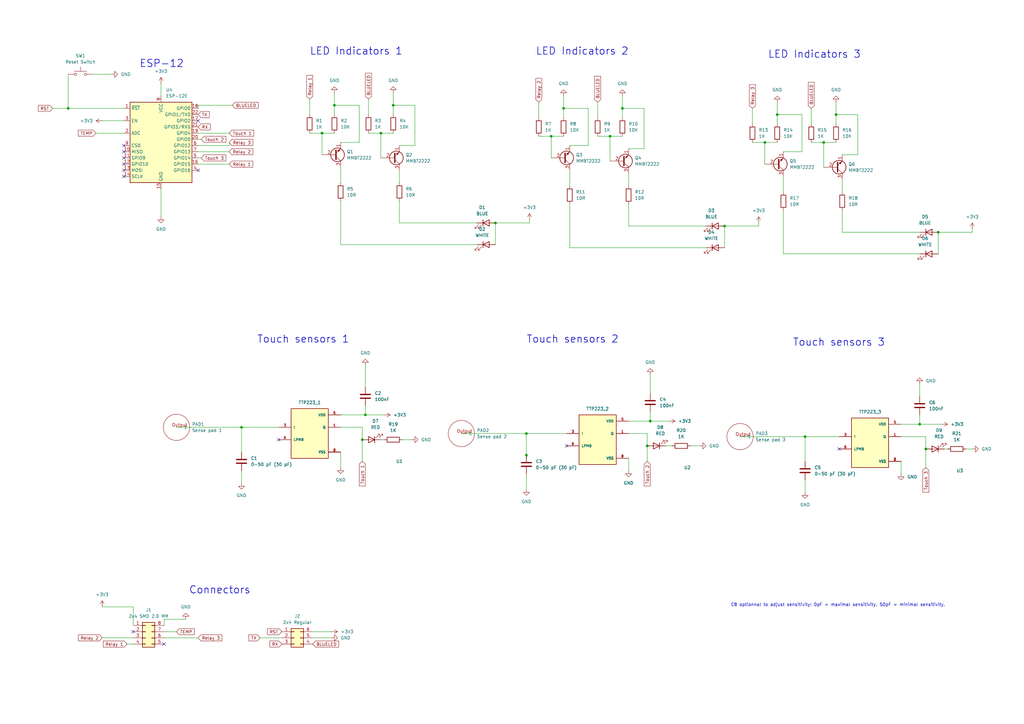
<source format=kicad_sch>
(kicad_sch (version 20211123) (generator eeschema)
  (paper "A3")
  (lib_symbols
    (symbol "Connector_Generic:Conn_02x03_Counter_Clockwise" (pin_names (offset 1.016) hide)
      (property "Reference" "J" (at 1.27 5.08 0))
      (property "Value" "Conn_02x03_Counter_Clockwise" (at 1.27 -5.08 0))
      (symbol "Conn_02x03_Counter_Clockwise_1_1"
        (rectangle (start -1.27 -2.413) (end 0 -2.667) (stroke (width 0.1524)))
        (rectangle (start -1.27 0.127) (end 0 -0.127) (stroke (width 0.1524)))
        (rectangle (start -1.27 2.667) (end 0 2.413) (stroke (width 0.1524)))
        (rectangle (start -1.27 3.81) (end 3.81 -3.81) (stroke (width 0.254)) (fill (type background)))
        (rectangle (start 3.81 -2.413) (end 2.54 -2.667) (stroke (width 0.1524)))
        (rectangle (start 3.81 0.127) (end 2.54 -0.127) (stroke (width 0.1524)))
        (rectangle (start 3.81 2.667) (end 2.54 2.413) (stroke (width 0.1524)))
        (pin passive line (at -5.08 2.54 0) (length 3.81) (name "Pin_1") (number "1"))
        (pin passive line (at -5.08 0 0) (length 3.81) (name "Pin_2") (number "2"))
        (pin passive line (at -5.08 -2.54 0) (length 3.81) (name "Pin_3") (number "3"))
        (pin passive line (at 7.62 -2.54 180) (length 3.81) (name "Pin_4") (number "4"))
        (pin passive line (at 7.62 0 180) (length 3.81) (name "Pin_5") (number "5"))
        (pin passive line (at 7.62 2.54 180) (length 3.81) (name "Pin_6") (number "6"))
      )
    )
    (symbol "Connector_Generic:Conn_02x04_Counter_Clockwise" (pin_names (offset 1.016) hide)
      (property "Reference" "J" (at 1.27 5.08 0))
      (property "Value" "Conn_02x04_Counter_Clockwise" (at 1.27 -7.62 0))
      (symbol "Conn_02x04_Counter_Clockwise_1_1"
        (rectangle (start -1.27 -4.953) (end 0 -5.207) (stroke (width 0.1524)))
        (rectangle (start -1.27 -2.413) (end 0 -2.667) (stroke (width 0.1524)))
        (rectangle (start -1.27 0.127) (end 0 -0.127) (stroke (width 0.1524)))
        (rectangle (start -1.27 2.667) (end 0 2.413) (stroke (width 0.1524)))
        (rectangle (start -1.27 3.81) (end 3.81 -6.35) (stroke (width 0.254)) (fill (type background)))
        (rectangle (start 3.81 -4.953) (end 2.54 -5.207) (stroke (width 0.1524)))
        (rectangle (start 3.81 -2.413) (end 2.54 -2.667) (stroke (width 0.1524)))
        (rectangle (start 3.81 0.127) (end 2.54 -0.127) (stroke (width 0.1524)))
        (rectangle (start 3.81 2.667) (end 2.54 2.413) (stroke (width 0.1524)))
        (pin passive line (at -5.08 2.54 0) (length 3.81) (name "Pin_1") (number "1"))
        (pin passive line (at -5.08 0 0) (length 3.81) (name "Pin_2") (number "2"))
        (pin passive line (at -5.08 -2.54 0) (length 3.81) (name "Pin_3") (number "3"))
        (pin passive line (at -5.08 -5.08 0) (length 3.81) (name "Pin_4") (number "4"))
        (pin passive line (at 7.62 -5.08 180) (length 3.81) (name "Pin_5") (number "5"))
        (pin passive line (at 7.62 -2.54 180) (length 3.81) (name "Pin_6") (number "6"))
        (pin passive line (at 7.62 0 180) (length 3.81) (name "Pin_7") (number "7"))
        (pin passive line (at 7.62 2.54 180) (length 3.81) (name "Pin_8") (number "8"))
      )
    )
    (symbol "Device:C" (pin_numbers hide) (pin_names (offset 0.254))
      (property "Reference" "C" (at 0.635 2.54 0))
      (property "Value" "C" (at 0.635 -2.54 0))
      (symbol "C_0_1"
        (polyline (pts (xy -2.032 -0.762) (xy 2.032 -0.762)) (stroke (width 0.508)))
        (polyline (pts (xy -2.032 0.762) (xy 2.032 0.762)) (stroke (width 0.508)))
      )
      (symbol "C_1_1"
        (pin passive line (at 0 3.81 270) (length 2.794) (name "~") (number "1"))
        (pin passive line (at 0 -3.81 90) (length 2.794) (name "~") (number "2"))
      )
    )
    (symbol "Device:LED" (pin_numbers hide) (pin_names (offset 1.016) hide)
      (property "Reference" "D" (at 0 2.54 0))
      (property "Value" "LED" (at 0 -2.54 0))
      (symbol "LED_0_1"
        (polyline (pts (xy -1.27 -1.27) (xy -1.27 1.27)) (stroke (width 0.254)))
        (polyline (pts (xy -1.27 0) (xy 1.27 0)))
        (polyline (pts (xy 1.27 -1.27) (xy 1.27 1.27) (xy -1.27 0) (xy 1.27 -1.27)) (stroke (width 0.254)))
        (polyline (pts (xy -3.048 -0.762) (xy -4.572 -2.286) (xy -3.81 -2.286) (xy -4.572 -2.286) (xy -4.572 -1.524)))
        (polyline (pts (xy -1.778 -0.762) (xy -3.302 -2.286) (xy -2.54 -2.286) (xy -3.302 -2.286) (xy -3.302 -1.524)))
      )
      (symbol "LED_1_1"
        (pin passive line (at -3.81 0 0) (length 2.54) (name "K") (number "1"))
        (pin passive line (at 3.81 0 180) (length 2.54) (name "A") (number "2"))
      )
    )
    (symbol "Device:R" (pin_numbers hide) (pin_names (offset 0))
      (property "Reference" "R" (at 2.032 0 90))
      (property "Value" "R" (at 0 0 90))
      (symbol "R_0_1"
        (rectangle (start -1.016 -2.54) (end 1.016 2.54) (stroke (width 0.254)))
      )
      (symbol "R_1_1"
        (pin passive line (at 0 3.81 270) (length 1.27) (name "~") (number "1"))
        (pin passive line (at 0 -3.81 90) (length 1.27) (name "~") (number "2"))
      )
    )
    (symbol "Device:Sense_pad"
      (property "Reference" "U" (at 0 -2.54 0))
      (property "Value" "Sense_pad" (at 0 0 0))
      (symbol "Sense_pad_0_1"
        (circle (center 0 -8.89) (radius 5.3882))
      )
      (symbol "Sense_pad_1_1"
        (pin output line (at 0 -8.89 0) (length 2.54) (name "1") (number "Output"))
      )
    )
    (symbol "RF_Module:ESP-12E"
      (property "Reference" "U" (at -12.7 19.05 0))
      (property "Value" "ESP-12E" (at 12.7 19.05 0))
      (symbol "ESP-12E_0_1"
        (rectangle (start -12.7 17.78) (end 12.7 -15.24) (stroke (width 0.254)) (fill (type background)))
      )
      (symbol "ESP-12E_1_1"
        (pin input line (at -15.24 15.24 0) (length 2.54) (name "~{RST}") (number "1"))
        (pin bidirectional line (at -15.24 -2.54 0) (length 2.54) (name "MISO") (number "10"))
        (pin bidirectional line (at -15.24 -5.08 0) (length 2.54) (name "GPIO9") (number "11"))
        (pin bidirectional line (at -15.24 -7.62 0) (length 2.54) (name "GPIO10") (number "12"))
        (pin bidirectional line (at -15.24 -10.16 0) (length 2.54) (name "MOSI") (number "13"))
        (pin bidirectional line (at -15.24 -12.7 0) (length 2.54) (name "SCLK") (number "14"))
        (pin power_in line (at 0 -17.78 90) (length 2.54) (name "GND") (number "15"))
        (pin bidirectional line (at 15.24 -7.62 180) (length 2.54) (name "GPIO15") (number "16"))
        (pin bidirectional line (at 15.24 10.16 180) (length 2.54) (name "GPIO2") (number "17"))
        (pin bidirectional line (at 15.24 15.24 180) (length 2.54) (name "GPIO0") (number "18"))
        (pin bidirectional line (at 15.24 5.08 180) (length 2.54) (name "GPIO4") (number "19"))
        (pin input line (at -15.24 5.08 0) (length 2.54) (name "ADC") (number "2"))
        (pin bidirectional line (at 15.24 2.54 180) (length 2.54) (name "GPIO5") (number "20"))
        (pin bidirectional line (at 15.24 7.62 180) (length 2.54) (name "GPIO3/RXD") (number "21"))
        (pin bidirectional line (at 15.24 12.7 180) (length 2.54) (name "GPIO1/TXD") (number "22"))
        (pin input line (at -15.24 10.16 0) (length 2.54) (name "EN") (number "3"))
        (pin bidirectional line (at 15.24 -10.16 180) (length 2.54) (name "GPIO16") (number "4"))
        (pin bidirectional line (at 15.24 -5.08 180) (length 2.54) (name "GPIO14") (number "5"))
        (pin bidirectional line (at 15.24 0 180) (length 2.54) (name "GPIO12") (number "6"))
        (pin bidirectional line (at 15.24 -2.54 180) (length 2.54) (name "GPIO13") (number "7"))
        (pin power_in line (at 0 20.32 270) (length 2.54) (name "VCC") (number "8"))
        (pin input line (at -15.24 0 0) (length 2.54) (name "CS0") (number "9"))
      )
    )
    (symbol "Switch:SW_Push" (pin_numbers hide) (pin_names (offset 1.016) hide)
      (property "Reference" "SW" (at 1.27 2.54 0))
      (property "Value" "SW_Push" (at 0 -1.524 0))
      (symbol "SW_Push_0_1"
        (circle (center -2.032 0) (radius 0.508))
        (polyline (pts (xy 0 1.27) (xy 0 3.048)))
        (polyline (pts (xy 2.54 1.27) (xy -2.54 1.27)))
        (circle (center 2.032 0) (radius 0.508))
        (pin passive line (at -5.08 0 0) (length 2.54) (name "1") (number "1"))
        (pin passive line (at 5.08 0 180) (length 2.54) (name "2") (number "2"))
      )
    )
    (symbol "Transistor_BJT:2N2219" (pin_names (offset 0) hide)
      (property "Reference" "Q" (at 5.08 1.905 0))
      (property "Value" "2N2219" (at 5.08 0 0))
      (symbol "2N2219_0_1"
        (polyline (pts (xy 0.635 0.635) (xy 2.54 2.54)))
        (polyline (pts (xy 0.635 -0.635) (xy 2.54 -2.54) (xy 2.54 -2.54)))
        (polyline (pts (xy 0.635 1.905) (xy 0.635 -1.905) (xy 0.635 -1.905)) (stroke (width 0.508)))
        (polyline (pts (xy 1.27 -1.778) (xy 1.778 -1.27) (xy 2.286 -2.286) (xy 1.27 -1.778) (xy 1.27 -1.778)) (fill (type outline)))
        (circle (center 1.27 0) (radius 2.8194) (stroke (width 0.254)))
      )
      (symbol "2N2219_1_1"
        (pin passive line (at 2.54 -5.08 90) (length 2.54) (name "E") (number "1"))
        (pin passive line (at -5.08 0 0) (length 5.715) (name "B") (number "2"))
        (pin passive line (at 2.54 5.08 270) (length 2.54) (name "C") (number "3"))
      )
    )
    (symbol "power:+3V3" (power) (pin_names (offset 0))
      (property "Value" "+3V3" (at 0 3.556 0))
      (symbol "+3V3_0_1"
        (polyline (pts (xy -0.762 1.27) (xy 0 2.54)))
        (polyline (pts (xy 0 0) (xy 0 2.54)))
        (polyline (pts (xy 0 2.54) (xy 0.762 1.27)))
      )
      (symbol "+3V3_1_1"
        (pin power_in line (at 0 0 90) (length 0) hide (name "+3V3") (number "1"))
      )
    )
    (symbol "power:GND" (power) (pin_names (offset 0))
      (property "Value" "GND" (at 0 -3.81 0))
      (symbol "GND_0_1"
        (polyline (pts (xy 0 0) (xy 0 -1.27) (xy 1.27 -1.27) (xy 0 -2.54) (xy -1.27 -1.27) (xy 0 -1.27)))
      )
      (symbol "GND_1_1"
        (pin power_in line (at 0 0 270) (length 0) hide (name "GND") (number "1"))
      )
    )
    (symbol "ttp223:TTP223_" (pin_names (offset 1.016))
      (property "Reference" "U" (at -7.62 10.922 0))
      (property "Value" "TTP223_" (at -7.62 -12.7 0))
      (symbol "TTP223__0_0"
        (rectangle (start -7.62 -10.16) (end 7.62 10.16) (stroke (width 0.254)) (fill (type background)))
        (pin output line (at 12.7 2.54 180) (length 5.08) (name "Q") (number "1"))
        (pin power_in line (at 12.7 -7.62 180) (length 5.08) (name "VSS") (number "2"))
        (pin bidirectional line (at -12.7 2.54 0) (length 5.08) (name "I") (number "3"))
        (pin power_in line (at 12.7 -7.62 180) (length 5.08) (name "VSS") (number "4"))
        (pin power_in line (at 12.7 7.62 180) (length 5.08) (name "VDD") (number "5"))
        (pin input line (at -12.7 -2.54 0) (length 5.08) (name "LPMB") (number "6"))
      )
    )
  )
  (junction (at 215.9 177.8))
  (junction (at 137.16 43.18))
  (junction (at 266.7 172.72))
  (junction (at 132.08 54.61))
  (junction (at 231.14 44.45))
  (junction (at 215.9 186.69))
  (junction (at 265.43 182.88))
  (junction (at 203.2 91.44))
  (junction (at 330.2 179.07))
  (junction (at 313.69 58.42))
  (junction (at 99.06 175.26))
  (junction (at 27.94 44.45))
  (junction (at 148.59 180.34))
  (junction (at 297.18 92.71))
  (junction (at 337.82 58.42))
  (junction (at 226.06 55.88))
  (junction (at 149.86 170.18))
  (junction (at 161.29 43.18))
  (junction (at 318.77 46.99))
  (junction (at 384.81 95.25))
  (junction (at 255.27 44.45))
  (junction (at 156.21 54.61))
  (junction (at 379.73 184.15))
  (junction (at 377.19 173.99))
  (junction (at 342.9 46.99))
  (junction (at 250.19 55.88))
  (no_connect (at 344.17 184.15))
  (no_connect (at 67.31 264.16))
  (no_connect (at 232.41 182.88))
  (no_connect (at 50.8 64.77))
  (no_connect (at 50.8 62.23))
  (no_connect (at 50.8 59.69))
  (no_connect (at 50.8 69.85))
  (no_connect (at 50.8 72.39))
  (no_connect (at 114.3 180.34))
  (no_connect (at 81.28 69.85))
  (no_connect (at 81.28 49.53))
  (no_connect (at 50.8 67.31))
  (no_connect (at 54.61 259.08))
  (wire (pts (xy 245.11 55.88) (xy 250.19 55.88)))
  (wire (pts (xy 203.2 91.44) (xy 203.2 100.33)))
  (wire (pts (xy 151.13 40.64) (xy 151.13 46.99)))
  (wire (pts (xy 289.56 92.71) (xy 257.81 92.71)))
  (wire (pts (xy 127 54.61) (xy 132.08 54.61)))
  (wire (pts (xy 313.69 58.42) (xy 313.69 67.31)))
  (wire (pts (xy 297.18 92.71) (xy 311.15 92.71)))
  (wire (pts (xy 398.78 93.98) (xy 398.78 95.25)))
  (wire (pts (xy 95.25 43.18) (xy 81.28 43.18)))
  (wire (pts (xy 93.98 58.42) (xy 93.98 59.69)))
  (wire (pts (xy 337.82 58.42) (xy 337.82 68.58)))
  (wire (pts (xy 241.3 59.69) (xy 233.68 59.69)))
  (wire (pts (xy 241.3 44.45) (xy 241.3 59.69)))
  (wire (pts (xy 330.2 179.07) (xy 344.17 179.07)))
  (wire (pts (xy 321.31 104.14) (xy 377.19 104.14)))
  (wire (pts (xy 318.77 46.99) (xy 318.77 50.8)))
  (wire (pts (xy 265.43 177.8) (xy 265.43 182.88)))
  (wire (pts (xy 379.73 184.15) (xy 379.73 191.77)))
  (wire (pts (xy 220.98 55.88) (xy 226.06 55.88)))
  (wire (pts (xy 148.59 180.34) (xy 148.59 189.23)))
  (wire (pts (xy 81.28 43.18) (xy 81.28 44.45)))
  (wire (pts (xy 163.83 82.55) (xy 163.83 91.44)))
  (wire (pts (xy 257.81 83.82) (xy 257.81 92.71)))
  (wire (pts (xy 137.16 43.18) (xy 147.32 43.18)))
  (wire (pts (xy 132.08 54.61) (xy 137.16 54.61)))
  (wire (pts (xy 66.04 34.29) (xy 66.04 39.37)))
  (wire (pts (xy 128.27 259.08) (xy 135.89 259.08)))
  (wire (pts (xy 233.68 69.85) (xy 233.68 76.2)))
  (wire (pts (xy 161.29 43.18) (xy 161.29 46.99)))
  (wire (pts (xy 255.27 44.45) (xy 255.27 48.26)))
  (wire (pts (xy 342.9 41.91) (xy 342.9 46.99)))
  (wire (pts (xy 250.19 55.88) (xy 250.19 66.04)))
  (wire (pts (xy 149.86 149.86) (xy 149.86 158.75)))
  (wire (pts (xy 99.06 175.26) (xy 99.06 185.42)))
  (wire (pts (xy 328.93 62.23) (xy 321.31 62.23)))
  (wire (pts (xy 148.59 175.26) (xy 148.59 180.34)))
  (wire (pts (xy 151.13 54.61) (xy 156.21 54.61)))
  (wire (pts (xy 170.18 43.18) (xy 161.29 43.18)))
  (wire (pts (xy 377.19 157.48) (xy 377.19 162.56)))
  (wire (pts (xy 351.79 46.99) (xy 342.9 46.99)))
  (wire (pts (xy 149.86 166.37) (xy 149.86 170.18)))
  (wire (pts (xy 41.91 261.62) (xy 54.61 261.62)))
  (wire (pts (xy 54.61 248.92) (xy 54.61 256.54)))
  (wire (pts (xy 139.7 185.42) (xy 139.7 191.77)))
  (wire (pts (xy 313.69 58.42) (xy 318.77 58.42)))
  (wire (pts (xy 377.19 173.99) (xy 386.08 173.99)))
  (wire (pts (xy 39.37 54.61) (xy 50.8 54.61)))
  (wire (pts (xy 264.16 60.96) (xy 264.16 44.45)))
  (wire (pts (xy 369.57 179.07) (xy 379.73 179.07)))
  (wire (pts (xy 21.59 44.45) (xy 27.94 44.45)))
  (wire (pts (xy 308.61 44.45) (xy 308.61 50.8)))
  (wire (pts (xy 82.55 57.15) (xy 81.28 57.15)))
  (wire (pts (xy 215.9 187.96) (xy 215.9 186.69)))
  (wire (pts (xy 297.18 92.71) (xy 297.18 101.6)))
  (wire (pts (xy 67.31 254) (xy 67.31 256.54)))
  (wire (pts (xy 387.35 184.15) (xy 388.62 184.15)))
  (wire (pts (xy 369.57 189.23) (xy 369.57 194.31)))
  (wire (pts (xy 308.61 58.42) (xy 313.69 58.42)))
  (wire (pts (xy 139.7 100.33) (xy 195.58 100.33)))
  (wire (pts (xy 156.21 54.61) (xy 156.21 64.77)))
  (wire (pts (xy 377.19 95.25) (xy 345.44 95.25)))
  (wire (pts (xy 149.86 170.18) (xy 157.48 170.18)))
  (wire (pts (xy 257.81 177.8) (xy 265.43 177.8)))
  (wire (pts (xy 231.14 44.45) (xy 231.14 48.26)))
  (wire (pts (xy 384.81 95.25) (xy 384.81 104.14)))
  (wire (pts (xy 156.21 54.61) (xy 161.29 54.61)))
  (wire (pts (xy 265.43 182.88) (xy 265.43 189.23)))
  (wire (pts (xy 384.81 95.25) (xy 398.78 95.25)))
  (wire (pts (xy 215.9 194.31) (xy 215.9 200.66)))
  (wire (pts (xy 332.74 58.42) (xy 337.82 58.42)))
  (wire (pts (xy 328.93 46.99) (xy 328.93 62.23)))
  (wire (pts (xy 139.7 68.58) (xy 139.7 74.93)))
  (wire (pts (xy 215.9 177.8) (xy 232.41 177.8)))
  (wire (pts (xy 264.16 44.45) (xy 255.27 44.45)))
  (wire (pts (xy 189.23 177.8) (xy 215.9 177.8)))
  (wire (pts (xy 139.7 82.55) (xy 139.7 100.33)))
  (wire (pts (xy 330.2 196.85) (xy 330.2 201.93)))
  (wire (pts (xy 163.83 59.69) (xy 170.18 59.69)))
  (wire (pts (xy 233.68 83.82) (xy 233.68 101.6)))
  (wire (pts (xy 147.32 43.18) (xy 147.32 58.42)))
  (wire (pts (xy 231.14 44.45) (xy 241.3 44.45)))
  (wire (pts (xy 137.16 38.1) (xy 137.16 43.18)))
  (wire (pts (xy 76.2 254) (xy 67.31 254)))
  (wire (pts (xy 27.94 44.45) (xy 27.94 30.48)))
  (wire (pts (xy 72.39 175.26) (xy 99.06 175.26)))
  (wire (pts (xy 266.7 168.91) (xy 266.7 172.72)))
  (wire (pts (xy 93.98 67.31) (xy 81.28 67.31)))
  (wire (pts (xy 369.57 173.99) (xy 377.19 173.99)))
  (wire (pts (xy 337.82 58.42) (xy 342.9 58.42)))
  (wire (pts (xy 82.55 64.77) (xy 81.28 64.77)))
  (wire (pts (xy 93.98 62.23) (xy 81.28 62.23)))
  (wire (pts (xy 165.1 180.34) (xy 168.91 180.34)))
  (wire (pts (xy 41.91 49.53) (xy 50.8 49.53)))
  (wire (pts (xy 342.9 46.99) (xy 342.9 50.8)))
  (wire (pts (xy 132.08 54.61) (xy 132.08 63.5)))
  (wire (pts (xy 52.07 264.16) (xy 54.61 264.16)))
  (wire (pts (xy 318.77 41.91) (xy 318.77 46.99)))
  (wire (pts (xy 231.14 39.37) (xy 231.14 44.45)))
  (wire (pts (xy 266.7 172.72) (xy 274.32 172.72)))
  (wire (pts (xy 250.19 55.88) (xy 255.27 55.88)))
  (wire (pts (xy 257.81 187.96) (xy 257.81 193.04)))
  (wire (pts (xy 266.7 153.67) (xy 266.7 161.29)))
  (wire (pts (xy 245.11 41.91) (xy 245.11 48.26)))
  (wire (pts (xy 330.2 179.07) (xy 330.2 189.23)))
  (wire (pts (xy 377.19 170.18) (xy 377.19 173.99)))
  (wire (pts (xy 345.44 86.36) (xy 345.44 95.25)))
  (wire (pts (xy 163.83 69.85) (xy 163.83 74.93)))
  (wire (pts (xy 318.77 46.99) (xy 328.93 46.99)))
  (wire (pts (xy 332.74 44.45) (xy 332.74 50.8)))
  (wire (pts (xy 321.31 72.39) (xy 321.31 78.74)))
  (wire (pts (xy 273.05 182.88) (xy 275.59 182.88)))
  (wire (pts (xy 147.32 58.42) (xy 139.7 58.42)))
  (wire (pts (xy 220.98 41.91) (xy 220.98 48.26)))
  (wire (pts (xy 257.81 172.72) (xy 266.7 172.72)))
  (wire (pts (xy 217.17 90.17) (xy 217.17 91.44)))
  (wire (pts (xy 99.06 193.04) (xy 99.06 198.12)))
  (wire (pts (xy 161.29 38.1) (xy 161.29 43.18)))
  (wire (pts (xy 303.53 179.07) (xy 330.2 179.07)))
  (wire (pts (xy 351.79 63.5) (xy 351.79 46.99)))
  (wire (pts (xy 41.91 248.92) (xy 54.61 248.92)))
  (wire (pts (xy 93.98 54.61) (xy 81.28 54.61)))
  (wire (pts (xy 257.81 60.96) (xy 264.16 60.96)))
  (wire (pts (xy 203.2 91.44) (xy 217.17 91.44)))
  (wire (pts (xy 255.27 39.37) (xy 255.27 44.45)))
  (wire (pts (xy 396.24 184.15) (xy 398.78 184.15)))
  (wire (pts (xy 106.68 261.62) (xy 115.57 261.62)))
  (wire (pts (xy 66.04 77.47) (xy 66.04 88.9)))
  (wire (pts (xy 195.58 91.44) (xy 163.83 91.44)))
  (wire (pts (xy 93.98 59.69) (xy 81.28 59.69)))
  (wire (pts (xy 137.16 43.18) (xy 137.16 46.99)))
  (wire (pts (xy 156.21 180.34) (xy 157.48 180.34)))
  (wire (pts (xy 345.44 73.66) (xy 345.44 78.74)))
  (wire (pts (xy 215.9 177.8) (xy 215.9 186.69)))
  (wire (pts (xy 226.06 55.88) (xy 226.06 64.77)))
  (wire (pts (xy 139.7 175.26) (xy 148.59 175.26)))
  (wire (pts (xy 170.18 59.69) (xy 170.18 43.18)))
  (wire (pts (xy 99.06 175.26) (xy 114.3 175.26)))
  (wire (pts (xy 345.44 63.5) (xy 351.79 63.5)))
  (wire (pts (xy 311.15 91.44) (xy 311.15 92.71)))
  (wire (pts (xy 127 40.64) (xy 127 46.99)))
  (wire (pts (xy 257.81 71.12) (xy 257.81 76.2)))
  (wire (pts (xy 67.31 259.08) (xy 72.39 259.08)))
  (wire (pts (xy 283.21 182.88) (xy 287.02 182.88)))
  (wire (pts (xy 38.1 30.48) (xy 45.72 30.48)))
  (wire (pts (xy 233.68 101.6) (xy 289.56 101.6)))
  (wire (pts (xy 321.31 86.36) (xy 321.31 104.14)))
  (wire (pts (xy 139.7 170.18) (xy 149.86 170.18)))
  (wire (pts (xy 379.73 179.07) (xy 379.73 184.15)))
  (wire (pts (xy 50.8 44.45) (xy 27.94 44.45)))
  (wire (pts (xy 226.06 55.88) (xy 231.14 55.88)))
  (wire (pts (xy 128.27 261.62) (xy 135.89 261.62)))
  (wire (pts (xy 67.31 261.62) (xy 81.28 261.62)))
  (text "ESP-12" (at 57.15 27.94 0) (effects (font (size 3 3) (thickness 0.254) bold) (justify left bottom)))
  (text "Connectors\n" (at 77.47 243.84 0) (effects (font (size 3 3) (thickness 0.254) bold) (justify left bottom)))
  (text "LED Indicators 3" (at 314.96 24.13 0) (effects (font (size 3 3) (thickness 0.254) bold) (justify left bottom)))
  (text "LED Indicators 1" (at 127 22.86 0) (effects (font (size 3 3) (thickness 0.254) bold) (justify left bottom)))
  (text "C8 optionnal to adjust sensitivity: 0pF = maximal sensitivity, 50pF = minimal sensitivity." (at 299.72 248.92 0) (effects (font (size 1.27 1.27)) (justify left bottom)))
  (text "Touch sensors 2" (at 215.9 140.97 0) (effects (font (size 3 3) (thickness 0.254) bold) (justify left bottom)))
  (text "Touch sensors 1" (at 105.41 140.97 0) (effects (font (size 3 3) (thickness 0.254) bold) (justify left bottom)))
  (text "LED Indicators 2" (at 219.71 22.86 0) (effects (font (size 3 3) (thickness 0.254) bold) (justify left bottom)))
  (text "Touch sensors 3" (at 325.12 142.24 0) (effects (font (size 3 3) (thickness 0.254) bold) (justify left bottom)))
  (global_label "Relay 3" (shape input) (at 93.98 58.42 0) (property "Intersheet References" "${INTERSHEET_REFS}" (effects hide)))
  (global_label "TEMP" (shape input) (at 39.37 54.61 180) (property "Intersheet References" "${INTERSHEET_REFS}" (effects hide)))
  (global_label "TX" (shape input) (at 81.28 46.99 0) (property "Intersheet References" "${INTERSHEET_REFS}" (effects hide)))
  (global_label "Relay 1" (shape input) (at 93.98 67.31 0) (property "Intersheet References" "${INTERSHEET_REFS}" (effects hide)))
  (global_label "Touch 2" (shape input) (at 265.43 189.23 270) (property "Intersheet References" "${INTERSHEET_REFS}" (effects hide)))
  (global_label "Touch 1" (shape input) (at 148.59 189.23 270) (property "Intersheet References" "${INTERSHEET_REFS}" (effects hide)))
  (global_label "RX" (shape input) (at 81.28 52.07 0) (property "Intersheet References" "${INTERSHEET_REFS}" (effects hide)))
  (global_label "Relay 2" (shape input) (at 220.98 41.91 90) (property "Intersheet References" "${INTERSHEET_REFS}" (effects hide)))
  (global_label "Touch 2" (shape input) (at 82.55 57.15 0) (property "Intersheet References" "${INTERSHEET_REFS}" (effects hide)))
  (global_label "Touch 3" (shape input) (at 82.55 64.77 0) (property "Intersheet References" "${INTERSHEET_REFS}" (effects hide)))
  (global_label "BLUELED" (shape input) (at 245.11 41.91 90) (property "Intersheet References" "${INTERSHEET_REFS}" (effects hide)))
  (global_label "TEMP" (shape input) (at 72.39 259.08 0) (property "Intersheet References" "${INTERSHEET_REFS}" (effects hide)))
  (global_label "RX" (shape input) (at 115.57 264.16 180) (property "Intersheet References" "${INTERSHEET_REFS}" (effects hide)))
  (global_label "BLUELED" (shape input) (at 332.74 44.45 90) (property "Intersheet References" "${INTERSHEET_REFS}" (effects hide)))
  (global_label "RST" (shape input) (at 115.57 259.08 180) (property "Intersheet References" "${INTERSHEET_REFS}" (effects hide)))
  (global_label "Relay 1" (shape input) (at 52.07 264.16 180) (property "Intersheet References" "${INTERSHEET_REFS}" (effects hide)))
  (global_label "Relay 1" (shape input) (at 127 40.64 90) (property "Intersheet References" "${INTERSHEET_REFS}" (effects hide)))
  (global_label "TX" (shape input) (at 106.68 261.62 180) (property "Intersheet References" "${INTERSHEET_REFS}" (effects hide)))
  (global_label "BLUELED" (shape input) (at 151.13 40.64 90) (property "Intersheet References" "${INTERSHEET_REFS}" (effects hide)))
  (global_label "Touch 3" (shape input) (at 379.73 191.77 270) (property "Intersheet References" "${INTERSHEET_REFS}" (effects hide)))
  (global_label "BLUELED" (shape input) (at 128.27 264.16 0) (property "Intersheet References" "${INTERSHEET_REFS}" (effects hide)))
  (global_label "Relay 2" (shape input) (at 41.91 261.62 180) (property "Intersheet References" "${INTERSHEET_REFS}" (effects hide)))
  (global_label "Relay 3" (shape input) (at 81.28 261.62 0) (property "Intersheet References" "${INTERSHEET_REFS}" (effects hide)))
  (global_label "BLUELED" (shape input) (at 95.25 43.18 0) (property "Intersheet References" "${INTERSHEET_REFS}" (effects hide)))
  (global_label "Touch 1" (shape input) (at 93.98 54.61 0) (property "Intersheet References" "${INTERSHEET_REFS}" (effects hide)))
  (global_label "Relay 2" (shape input) (at 93.98 62.23 0) (property "Intersheet References" "${INTERSHEET_REFS}" (effects hide)))
  (global_label "Relay 3" (shape input) (at 308.61 44.45 90) (property "Intersheet References" "${INTERSHEET_REFS}" (effects hide)))
  (global_label "RST" (shape input) (at 21.59 44.45 180) (property "Intersheet References" "${INTERSHEET_REFS}" (effects hide)))
  (symbol (lib_id "power:+3V3") (at 398.78 93.98 0) (unit 1)
    (property "Reference" "#PWR021" (effects hide))
    (property "Value" "+3V3" (at 398.78 88.9 0))
  )
  (symbol (lib_id "Device:Sense_pad") (at 303.53 170.18 0) (unit 1)
    (property "Reference" "PAD3" (at 309.88 177.7999 0) (effects (justify left)))
    (property "Value" "Sense pad 3" (at 309.88 180.3399 0) (effects (justify left)))
    (property "Footprint" "Connector:senspad" (effects hide))
  )
  (symbol (lib_id "power:+3V3") (at 386.08 173.99 270) (unit 1)
    (property "Reference" "#PWR020" (effects hide))
    (property "Value" "+3V3" (at 389.89 173.9899 90) (effects (justify left)))
  )
  (symbol (lib_id "Device:LED") (at 381 104.14 0) (unit 1)
    (property "Reference" "D6" (at 379.4125 97.79 0))
    (property "Value" "WHITE" (at 379.4125 100.33 0))
    (property "Footprint" "LED_SMD:LED_0603_1608Metric_Pad1.05x0.95mm_HandSolder" (effects hide))
  )
  (symbol (lib_id "Device:LED") (at 199.39 91.44 0) (unit 1)
    (property "Reference" "D1" (at 197.8025 85.09 0))
    (property "Value" "BLUE" (at 197.8025 87.63 0))
    (property "Footprint" "LED_SMD:LED_0603_1608Metric_Pad1.05x0.95mm_HandSolder" (effects hide))
  )
  (symbol (lib_id "Switch:SW_Push") (at 33.02 30.48 0) (unit 1)
    (property "Reference" "SW1" (at 33.02 22.86 0))
    (property "Value" "Reset Switch" (at 33.02 25.4 0))
    (property "Footprint" "Button_Switch_SMD:SW_Push_1P1T_NO_6x6mm_H9.5mm" (effects hide))
  )
  (symbol (lib_id "Device:R") (at 231.14 52.07 0) (unit 1)
    (property "Reference" "R8" (at 233.68 50.7999 0) (effects (justify left)))
    (property "Value" "10K" (at 233.68 53.3399 0) (effects (justify left)))
    (property "Footprint" "Resistor_SMD:R_0603_1608Metric_Pad0.98x0.95mm_HandSolder" (effects hide))
  )
  (symbol (lib_id "Transistor_BJT:2N2219") (at 342.9 68.58 0) (mirror x) (unit 1)
    (property "Reference" "Q6" (at 347.98 67.3099 0) (effects (justify left)))
    (property "Value" "MMBT2222" (at 347.98 69.8499 0) (effects (justify left)))
    (property "Footprint" "Package_TO_SOT_SMD:TSOT-23" (effects hide))
    (property "Datasheet" "http://www.onsemi.com/pub_link/Collateral/2N2219-D.PDF" (effects hide))
  )
  (symbol (lib_id "power:GND") (at 168.91 180.34 90) (unit 1)
    (property "Reference" "#PWR03" (effects hide))
    (property "Value" "GND" (at 172.72 180.3399 90) (effects (justify right)))
  )
  (symbol (lib_id "Transistor_BJT:2N2219") (at 161.29 64.77 0) (mirror x) (unit 1)
    (property "Reference" "Q2" (at 166.37 63.4999 0) (effects (justify left)))
    (property "Value" "MMBT2222" (at 166.37 66.0399 0) (effects (justify left)))
    (property "Footprint" "Package_TO_SOT_SMD:TSOT-23" (effects hide))
    (property "Datasheet" "http://www.onsemi.com/pub_link/Collateral/2N2219-D.PDF" (effects hide))
  )
  (symbol (lib_id "Device:R") (at 318.77 54.61 0) (unit 1)
    (property "Reference" "R14" (at 321.31 53.3399 0) (effects (justify left)))
    (property "Value" "10K" (at 321.31 55.8799 0) (effects (justify left)))
    (property "Footprint" "Resistor_SMD:R_0603_1608Metric_Pad0.98x0.95mm_HandSolder" (effects hide))
  )
  (symbol (lib_id "Device:R") (at 255.27 52.07 0) (unit 1)
    (property "Reference" "R10" (at 257.81 50.7999 0) (effects (justify left)))
    (property "Value" "10K" (at 257.81 53.3399 0) (effects (justify left)))
    (property "Footprint" "Resistor_SMD:R_0603_1608Metric_Pad0.98x0.95mm_HandSolder" (effects hide))
  )
  (symbol (lib_id "power:GND") (at 377.19 157.48 180) (unit 1)
    (property "Reference" "#PWR0102" (effects hide))
    (property "Value" "GND" (at 379.73 156.2099 0) (effects (justify right)))
  )
  (symbol (lib_id "power:GND") (at 137.16 38.1 180) (unit 1)
    (property "Reference" "#PWR0114" (effects hide))
    (property "Value" "GND" (at 137.16 33.02 0))
  )
  (symbol (lib_id "Device:R") (at 161.29 180.34 90) (unit 1)
    (property "Reference" "R19" (at 161.29 173.99 90))
    (property "Value" "1K" (at 161.29 176.53 90))
    (property "Footprint" "Resistor_SMD:R_0603_1608Metric_Pad0.98x0.95mm_HandSolder" (effects hide))
  )
  (symbol (lib_id "Device:R") (at 279.4 182.88 90) (unit 1)
    (property "Reference" "R20" (at 279.4 176.53 90))
    (property "Value" "1K" (at 279.4 179.07 90))
    (property "Footprint" "Resistor_SMD:R_0603_1608Metric_Pad0.98x0.95mm_HandSolder" (effects hide))
  )
  (symbol (lib_id "power:GND") (at 255.27 39.37 180) (unit 1)
    (property "Reference" "#PWR09" (effects hide))
    (property "Value" "GND" (at 255.27 34.29 0))
  )
  (symbol (lib_id "Device:R") (at 127 50.8 0) (unit 1)
    (property "Reference" "R1" (at 129.54 49.5299 0) (effects (justify left)))
    (property "Value" "1K" (at 129.54 52.0699 0) (effects (justify left)))
    (property "Footprint" "Resistor_SMD:R_0603_1608Metric_Pad0.98x0.95mm_HandSolder" (effects hide))
  )
  (symbol (lib_id "ttp223:TTP223_") (at 245.11 180.34 0) (unit 1)
    (property "Reference" "U2" (at 281.94 191.77 0))
    (property "Value" "TTP223_2" (at 245.11 167.64 0))
    (property "Footprint" "ttp223:SOT95P285X126-6N" (effects hide))
    (property "MANUFACTURER" "TONTEK" (effects hide))
    (property "PARTREV" "2.0" (effects hide))
    (property "STANDARD" "IPC-7351B" (effects hide))
  )
  (symbol (lib_id "power:GND") (at 318.77 41.91 180) (unit 1)
    (property "Reference" "#PWR014" (effects hide))
    (property "Value" "GND" (at 318.77 36.83 0))
  )
  (symbol (lib_id "Device:LED") (at 293.37 92.71 0) (unit 1)
    (property "Reference" "D3" (at 291.7825 86.36 0))
    (property "Value" "BLUE" (at 291.7825 88.9 0))
    (property "Footprint" "LED_SMD:LED_0603_1608Metric_Pad1.05x0.95mm_HandSolder" (effects hide))
  )
  (symbol (lib_id "Device:R") (at 139.7 78.74 0) (unit 1)
    (property "Reference" "R5" (at 142.24 77.4699 0) (effects (justify left)))
    (property "Value" "10R" (at 142.24 80.0099 0) (effects (justify left)))
    (property "Footprint" "Resistor_SMD:R_0603_1608Metric_Pad0.98x0.95mm_HandSolder" (effects hide))
  )
  (symbol (lib_id "power:GND") (at 342.9 41.91 180) (unit 1)
    (property "Reference" "#PWR017" (effects hide))
    (property "Value" "GND" (at 342.9 36.83 0))
  )
  (symbol (lib_id "power:GND") (at 398.78 184.15 90) (unit 1)
    (property "Reference" "#PWR018" (effects hide))
    (property "Value" "GND" (at 402.59 184.1499 90) (effects (justify right)))
  )
  (symbol (lib_id "Device:R") (at 332.74 54.61 0) (unit 1)
    (property "Reference" "R15" (at 335.28 53.3399 0) (effects (justify left)))
    (property "Value" "1K" (at 335.28 55.8799 0) (effects (justify left)))
    (property "Footprint" "Resistor_SMD:R_0603_1608Metric_Pad0.98x0.95mm_HandSolder" (effects hide))
  )
  (symbol (lib_id "ttp223:TTP223_") (at 356.87 181.61 0) (unit 1)
    (property "Reference" "U3" (at 393.7 193.04 0))
    (property "Value" "TTP223_3" (at 356.87 168.91 0))
    (property "Footprint" "ttp223:SOT95P285X126-6N" (effects hide))
    (property "MANUFACTURER" "TONTEK" (effects hide))
    (property "PARTREV" "2.0" (effects hide))
    (property "STANDARD" "IPC-7351B" (effects hide))
  )
  (symbol (lib_id "power:GND") (at 45.72 30.48 90) (unit 1)
    (property "Reference" "#PWR0105" (effects hide))
    (property "Value" "GND" (at 49.53 30.4799 90) (effects (justify right)))
  )
  (symbol (lib_id "power:GND") (at 215.9 200.66 0) (unit 1)
    (property "Reference" "#PWR06" (effects hide))
    (property "Value" "GND" (at 215.9 205.74 0))
  )
  (symbol (lib_id "Device:R") (at 220.98 52.07 0) (unit 1)
    (property "Reference" "R7" (at 223.52 50.7999 0) (effects (justify left)))
    (property "Value" "1K" (at 223.52 53.3399 0) (effects (justify left)))
    (property "Footprint" "Resistor_SMD:R_0603_1608Metric_Pad0.98x0.95mm_HandSolder" (effects hide))
  )
  (symbol (lib_id "Device:R") (at 308.61 54.61 0) (unit 1)
    (property "Reference" "R13" (at 311.15 53.3399 0) (effects (justify left)))
    (property "Value" "1K" (at 311.15 55.8799 0) (effects (justify left)))
    (property "Footprint" "Resistor_SMD:R_0603_1608Metric_Pad0.98x0.95mm_HandSolder" (effects hide))
  )
  (symbol (lib_id "Device:R") (at 345.44 82.55 0) (unit 1)
    (property "Reference" "R18" (at 347.98 81.2799 0) (effects (justify left)))
    (property "Value" "10R" (at 347.98 83.8199 0) (effects (justify left)))
    (property "Footprint" "Resistor_SMD:R_0603_1608Metric_Pad0.98x0.95mm_HandSolder" (effects hide))
  )
  (symbol (lib_id "Device:R") (at 392.43 184.15 90) (unit 1)
    (property "Reference" "R21" (at 392.43 177.8 90))
    (property "Value" "1K" (at 392.43 180.34 90))
    (property "Footprint" "Resistor_SMD:R_0603_1608Metric_Pad0.98x0.95mm_HandSolder" (effects hide))
  )
  (symbol (lib_id "ttp223:TTP223_") (at 127 177.8 0) (unit 1)
    (property "Reference" "U1" (at 163.83 189.23 0))
    (property "Value" "TTP223_1" (at 127 165.1 0))
    (property "Footprint" "ttp223:SOT95P285X126-6N" (effects hide))
    (property "MANUFACTURER" "TONTEK" (effects hide))
    (property "PARTREV" "2.0" (effects hide))
    (property "STANDARD" "IPC-7351B" (effects hide))
  )
  (symbol (lib_id "Device:C") (at 330.2 193.04 0) (unit 1)
    (property "Reference" "C5" (at 334.01 191.7699 0) (effects (justify left)))
    (property "Value" "0-50 pF (30 pF)" (at 334.01 194.3099 0) (effects (justify left)))
    (property "Footprint" "Capacitor_Tantalum_SMD:CP_EIA-1608-10_AVX-L_Pad1.25x1.05mm_HandSolder" (effects hide))
  )
  (symbol (lib_id "power:+3V3") (at 41.91 248.92 0) (mirror y) (unit 1)
    (property "Reference" "#PWR0116" (effects hide))
    (property "Value" "+3V3" (at 41.91 243.84 0))
  )
  (symbol (lib_id "Device:R") (at 245.11 52.07 0) (unit 1)
    (property "Reference" "R9" (at 247.65 50.7999 0) (effects (justify left)))
    (property "Value" "1K" (at 247.65 53.3399 0) (effects (justify left)))
    (property "Footprint" "Resistor_SMD:R_0603_1608Metric_Pad0.98x0.95mm_HandSolder" (effects hide))
  )
  (symbol (lib_id "Device:LED") (at 152.4 180.34 180) (unit 1)
    (property "Reference" "D7" (at 153.9875 172.72 0))
    (property "Value" "RED" (at 153.9875 175.26 0))
    (property "Footprint" "LED_SMD:LED_0603_1608Metric_Pad1.05x0.95mm_HandSolder" (effects hide))
  )
  (symbol (lib_id "power:GND") (at 266.7 153.67 180) (unit 1)
    (property "Reference" "#PWR011" (effects hide))
    (property "Value" "GND" (at 266.7 148.59 0))
  )
  (symbol (lib_id "Connector_Generic:Conn_02x03_Counter_Clockwise") (at 120.65 261.62 0) (unit 1)
    (property "Reference" "J2" (at 121.92 252.73 0))
    (property "Value" "2x4 Regular" (at 121.92 255.27 0))
    (property "Footprint" "Connector_PinHeader_2.00mm:PinHeader_2x04_P2.00mm_Vertical" (effects hide))
  )
  (symbol (lib_id "Device:R") (at 151.13 50.8 0) (unit 1)
    (property "Reference" "R3" (at 153.67 49.5299 0) (effects (justify left)))
    (property "Value" "1K" (at 153.67 52.0699 0) (effects (justify left)))
    (property "Footprint" "Resistor_SMD:R_0603_1608Metric_Pad0.98x0.95mm_HandSolder" (effects hide))
  )
  (symbol (lib_id "power:GND") (at 231.14 39.37 180) (unit 1)
    (property "Reference" "#PWR08" (effects hide))
    (property "Value" "GND" (at 231.14 34.29 0))
  )
  (symbol (lib_id "Device:LED") (at 293.37 101.6 0) (unit 1)
    (property "Reference" "D4" (at 291.7825 95.25 0))
    (property "Value" "WHITE" (at 291.7825 97.79 0))
    (property "Footprint" "LED_SMD:LED_0603_1608Metric_Pad1.05x0.95mm_HandSolder" (effects hide))
  )
  (symbol (lib_id "power:+3V3") (at 135.89 259.08 270) (unit 1)
    (property "Reference" "#PWR0110" (effects hide))
    (property "Value" "+3V3" (at 139.7 259.0799 90) (effects (justify left)))
  )
  (symbol (lib_id "Device:C") (at 266.7 165.1 0) (unit 1)
    (property "Reference" "C4" (at 270.51 163.8299 0) (effects (justify left)))
    (property "Value" "100nF" (at 270.51 166.3699 0) (effects (justify left)))
    (property "Footprint" "Capacitor_Tantalum_SMD:CP_EIA-1608-10_AVX-L_Pad1.25x1.05mm_HandSolder" (effects hide))
  )
  (symbol (lib_id "power:+3V3") (at 274.32 172.72 270) (unit 1)
    (property "Reference" "#PWR012" (effects hide))
    (property "Value" "+3V3" (at 278.13 172.7199 90) (effects (justify left)))
  )
  (symbol (lib_id "Connector_Generic:Conn_02x04_Counter_Clockwise") (at 59.69 259.08 0) (unit 1)
    (property "Reference" "J1" (at 60.96 250.19 0))
    (property "Value" "2x4 SMD 2.0 MM" (at 60.96 252.73 0))
    (property "Footprint" "Connector_PinHeader_2.00mm:PinHeader_2x04_P2.00mm_Vertical" (effects hide))
  )
  (symbol (lib_id "Device:C") (at 99.06 189.23 0) (unit 1)
    (property "Reference" "C1" (at 102.87 187.9599 0) (effects (justify left)))
    (property "Value" "0-50 pF (30 pF)" (at 102.87 190.4999 0) (effects (justify left)))
    (property "Footprint" "Capacitor_Tantalum_SMD:CP_EIA-1608-10_AVX-L_Pad1.25x1.05mm_HandSolder" (effects hide))
  )
  (symbol (lib_id "Device:Sense_pad") (at 72.39 166.37 0) (unit 1)
    (property "Reference" "PAD1" (at 78.74 173.9899 0) (effects (justify left)))
    (property "Value" "Sense pad 1" (at 78.74 176.5299 0) (effects (justify left)))
    (property "Footprint" "Connector:senspad" (effects hide))
  )
  (symbol (lib_id "RF_Module:ESP-12E") (at 66.04 59.69 0) (unit 1)
    (property "Reference" "U4" (at 68.0594 36.83 0) (effects (justify left)))
    (property "Value" "ESP-12E" (at 68.0594 39.37 0) (effects (justify left)))
    (property "Footprint" "RF_Module:ESP-12E" (effects hide))
    (property "Datasheet" "http://wiki.ai-thinker.com/_media/esp8266/esp8266_series_modules_user_manual_v1.1.pdf" (effects hide))
  )
  (symbol (lib_id "Device:C") (at 149.86 162.56 0) (unit 1)
    (property "Reference" "C2" (at 153.67 161.2899 0) (effects (justify left)))
    (property "Value" "100nF" (at 153.67 163.8299 0) (effects (justify left)))
    (property "Footprint" "Capacitor_Tantalum_SMD:CP_EIA-1608-10_AVX-L_Pad1.25x1.05mm_HandSolder" (effects hide))
  )
  (symbol (lib_id "power:GND") (at 287.02 182.88 90) (unit 1)
    (property "Reference" "#PWR010" (effects hide))
    (property "Value" "GND" (at 290.83 182.8799 90) (effects (justify right)))
  )
  (symbol (lib_id "Device:R") (at 163.83 78.74 0) (unit 1)
    (property "Reference" "R6" (at 166.37 77.4699 0) (effects (justify left)))
    (property "Value" "10R" (at 166.37 80.0099 0) (effects (justify left)))
    (property "Footprint" "Resistor_SMD:R_0603_1608Metric_Pad0.98x0.95mm_HandSolder" (effects hide))
  )
  (symbol (lib_id "Device:LED") (at 383.54 184.15 180) (unit 1)
    (property "Reference" "D9" (at 385.1275 176.53 0))
    (property "Value" "RED" (at 385.1275 179.07 0))
    (property "Footprint" "LED_SMD:LED_0603_1608Metric_Pad1.05x0.95mm_HandSolder" (effects hide))
  )
  (symbol (lib_id "power:GND") (at 76.2 254 0) (mirror x) (unit 1)
    (property "Reference" "#PWR0115" (effects hide))
    (property "Value" "GND" (at 76.2 248.92 0))
  )
  (symbol (lib_id "power:+3V3") (at 217.17 90.17 0) (unit 1)
    (property "Reference" "#PWR0112" (effects hide))
    (property "Value" "+3V3" (at 217.17 85.09 0))
  )
  (symbol (lib_id "Device:C") (at 215.9 190.5 0) (unit 1)
    (property "Reference" "C3" (at 219.71 189.2299 0) (effects (justify left)))
    (property "Value" "0-50 pF (30 pF)" (at 219.71 191.7699 0) (effects (justify left)))
    (property "Footprint" "Capacitor_Tantalum_SMD:CP_EIA-1608-10_AVX-L_Pad1.25x1.05mm_HandSolder" (effects hide))
  )
  (symbol (lib_id "Transistor_BJT:2N2219") (at 255.27 66.04 0) (mirror x) (unit 1)
    (property "Reference" "Q4" (at 260.35 64.7699 0) (effects (justify left)))
    (property "Value" "MMBT2222" (at 260.35 67.3099 0) (effects (justify left)))
    (property "Footprint" "Package_TO_SOT_SMD:TSOT-23" (effects hide))
    (property "Datasheet" "http://www.onsemi.com/pub_link/Collateral/2N2219-D.PDF" (effects hide))
  )
  (symbol (lib_id "power:+3V3") (at 311.15 91.44 0) (unit 1)
    (property "Reference" "#PWR013" (effects hide))
    (property "Value" "+3V3" (at 311.15 86.36 0))
  )
  (symbol (lib_id "Transistor_BJT:2N2219") (at 231.14 64.77 0) (mirror x) (unit 1)
    (property "Reference" "Q3" (at 236.22 63.4999 0) (effects (justify left)))
    (property "Value" "MMBT2222" (at 236.22 66.0399 0) (effects (justify left)))
    (property "Footprint" "Package_TO_SOT_SMD:TSOT-23" (effects hide))
    (property "Datasheet" "http://www.onsemi.com/pub_link/Collateral/2N2219-D.PDF" (effects hide))
  )
  (symbol (lib_id "Device:LED") (at 199.39 100.33 0) (unit 1)
    (property "Reference" "D2" (at 197.8025 93.98 0))
    (property "Value" "WHITE" (at 197.8025 96.52 0))
    (property "Footprint" "LED_SMD:LED_0603_1608Metric_Pad1.05x0.95mm_HandSolder" (effects hide))
  )
  (symbol (lib_id "power:GND") (at 135.89 261.62 90) (unit 1)
    (property "Reference" "#PWR0111" (effects hide))
    (property "Value" "GND" (at 139.7 261.6199 90) (effects (justify right)))
  )
  (symbol (lib_id "power:GND") (at 139.7 191.77 0) (unit 1)
    (property "Reference" "#PWR02" (effects hide))
    (property "Value" "GND" (at 139.7 196.85 0))
  )
  (symbol (lib_id "power:GND") (at 66.04 88.9 0) (unit 1)
    (property "Reference" "#PWR0104" (effects hide))
    (property "Value" "GND" (at 66.04 93.98 0))
  )
  (symbol (lib_id "Transistor_BJT:2N2219") (at 318.77 67.31 0) (mirror x) (unit 1)
    (property "Reference" "Q5" (at 323.85 66.0399 0) (effects (justify left)))
    (property "Value" "MMBT2222" (at 323.85 68.5799 0) (effects (justify left)))
    (property "Footprint" "Package_TO_SOT_SMD:TSOT-23" (effects hide))
    (property "Datasheet" "http://www.onsemi.com/pub_link/Collateral/2N2219-D.PDF" (effects hide))
  )
  (symbol (lib_id "Device:Sense_pad") (at 189.23 168.91 0) (unit 1)
    (property "Reference" "PAD2" (at 195.58 176.5299 0) (effects (justify left)))
    (property "Value" "Sense pad 2" (at 195.58 179.0699 0) (effects (justify left)))
    (property "Footprint" "Connector:senspad" (effects hide))
  )
  (symbol (lib_id "power:+3V3") (at 157.48 170.18 270) (unit 1)
    (property "Reference" "#PWR05" (effects hide))
    (property "Value" "+3V3" (at 161.29 170.1799 90) (effects (justify left)))
  )
  (symbol (lib_id "Device:R") (at 321.31 82.55 0) (unit 1)
    (property "Reference" "R17" (at 323.85 81.2799 0) (effects (justify left)))
    (property "Value" "10R" (at 323.85 83.8199 0) (effects (justify left)))
    (property "Footprint" "Resistor_SMD:R_0603_1608Metric_Pad0.98x0.95mm_HandSolder" (effects hide))
  )
  (symbol (lib_id "power:+3V3") (at 41.91 49.53 90) (unit 1)
    (property "Reference" "#PWR0106" (effects hide))
    (property "Value" "+3V3" (at 38.1 49.5299 90) (effects (justify left)))
  )
  (symbol (lib_id "Device:R") (at 161.29 50.8 0) (unit 1)
    (property "Reference" "R4" (at 163.83 49.5299 0) (effects (justify left)))
    (property "Value" "10K" (at 163.83 52.0699 0) (effects (justify left)))
    (property "Footprint" "Resistor_SMD:R_0603_1608Metric_Pad0.98x0.95mm_HandSolder" (effects hide))
  )
  (symbol (lib_id "power:GND") (at 161.29 38.1 180) (unit 1)
    (property "Reference" "#PWR0113" (effects hide))
    (property "Value" "GND" (at 161.29 33.02 0))
  )
  (symbol (lib_id "Transistor_BJT:2N2219") (at 137.16 63.5 0) (mirror x) (unit 1)
    (property "Reference" "Q1" (at 142.24 62.2299 0) (effects (justify left)))
    (property "Value" "MMBT2222" (at 142.24 64.7699 0) (effects (justify left)))
    (property "Footprint" "Package_TO_SOT_SMD:TSOT-23" (effects hide))
    (property "Datasheet" "http://www.onsemi.com/pub_link/Collateral/2N2219-D.PDF" (effects hide))
  )
  (symbol (lib_id "Device:LED") (at 269.24 182.88 180) (unit 1)
    (property "Reference" "D8" (at 270.8275 175.26 0))
    (property "Value" "RED" (at 270.8275 177.8 0))
    (property "Footprint" "LED_SMD:LED_0603_1608Metric_Pad1.05x0.95mm_HandSolder" (effects hide))
  )
  (symbol (lib_id "Device:R") (at 257.81 80.01 0) (unit 1)
    (property "Reference" "R12" (at 260.35 78.7399 0) (effects (justify left)))
    (property "Value" "10R" (at 260.35 81.2799 0) (effects (justify left)))
    (property "Footprint" "Resistor_SMD:R_0603_1608Metric_Pad0.98x0.95mm_HandSolder" (effects hide))
  )
  (symbol (lib_id "power:GND") (at 369.57 194.31 0) (unit 1)
    (property "Reference" "#PWR0101" (effects hide))
    (property "Value" "GND" (at 372.11 195.5799 0) (effects (justify left)))
  )
  (symbol (lib_id "power:GND") (at 330.2 201.93 0) (unit 1)
    (property "Reference" "#PWR015" (effects hide))
    (property "Value" "GND" (at 330.2 207.01 0))
  )
  (symbol (lib_id "Device:R") (at 137.16 50.8 0) (unit 1)
    (property "Reference" "R2" (at 139.7 49.5299 0) (effects (justify left)))
    (property "Value" "10K" (at 139.7 52.0699 0) (effects (justify left)))
    (property "Footprint" "Resistor_SMD:R_0603_1608Metric_Pad0.98x0.95mm_HandSolder" (effects hide))
  )
  (symbol (lib_id "power:GND") (at 149.86 149.86 180) (unit 1)
    (property "Reference" "#PWR04" (effects hide))
    (property "Value" "GND" (at 149.86 144.78 0))
  )
  (symbol (lib_id "Device:LED") (at 381 95.25 0) (unit 1)
    (property "Reference" "D5" (at 379.4125 88.9 0))
    (property "Value" "BLUE" (at 379.4125 91.44 0))
    (property "Footprint" "LED_SMD:LED_0603_1608Metric_Pad1.05x0.95mm_HandSolder" (effects hide))
  )
  (symbol (lib_id "Device:R") (at 342.9 54.61 0) (unit 1)
    (property "Reference" "R16" (at 345.44 53.3399 0) (effects (justify left)))
    (property "Value" "10K" (at 345.44 55.8799 0) (effects (justify left)))
    (property "Footprint" "Resistor_SMD:R_0603_1608Metric_Pad0.98x0.95mm_HandSolder" (effects hide))
  )
  (symbol (lib_id "power:GND") (at 257.81 193.04 0) (unit 1)
    (property "Reference" "#PWR07" (effects hide))
    (property "Value" "GND" (at 257.81 198.12 0))
  )
  (symbol (lib_id "power:+3V3") (at 66.04 34.29 0) (unit 1)
    (property "Reference" "#PWR0103" (effects hide))
    (property "Value" "+3V3" (at 66.04 29.21 0))
  )
  (symbol (lib_id "Device:C") (at 377.19 166.37 0) (unit 1)
    (property "Reference" "C6" (at 381 165.0999 0) (effects (justify left)))
    (property "Value" "100nF" (at 381 167.6399 0) (effects (justify left)))
    (property "Footprint" "Capacitor_Tantalum_SMD:CP_EIA-1608-10_AVX-L_Pad1.25x1.05mm_HandSolder" (effects hide))
  )
  (symbol (lib_id "power:GND") (at 99.06 198.12 0) (unit 1)
    (property "Reference" "#PWR01" (effects hide))
    (property "Value" "GND" (at 99.06 203.2 0))
  )
  (symbol (lib_id "Device:R") (at 233.68 80.01 0) (unit 1)
    (property "Reference" "R11" (at 236.22 78.7399 0) (effects (justify left)))
    (property "Value" "10R" (at 236.22 81.2799 0) (effects (justify left)))
    (property "Footprint" "Resistor_SMD:R_0603_1608Metric_Pad0.98x0.95mm_HandSolder" (effects hide))
  )
)
</source>
